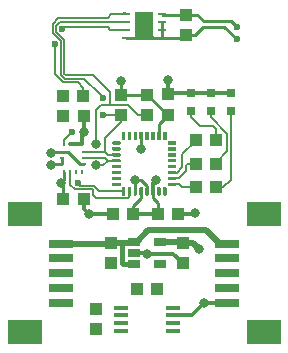
<source format=gbr>
G04 #@! TF.GenerationSoftware,KiCad,Pcbnew,(5.1.2)-1*
G04 #@! TF.CreationDate,2019-06-05T16:17:15+02:00*
G04 #@! TF.ProjectId,BodyTempUnit-e7,426f6479-5465-46d7-9055-6e69742d6537,rev?*
G04 #@! TF.SameCoordinates,Original*
G04 #@! TF.FileFunction,Copper,L1,Top*
G04 #@! TF.FilePolarity,Positive*
%FSLAX46Y46*%
G04 Gerber Fmt 4.6, Leading zero omitted, Abs format (unit mm)*
G04 Created by KiCad (PCBNEW (5.1.2)-1) date 2019-06-05 16:17:15*
%MOMM*%
%LPD*%
G04 APERTURE LIST*
%ADD10R,1.080000X1.050000*%
%ADD11R,1.060000X0.650000*%
%ADD12R,1.200000X0.450000*%
%ADD13R,1.600200X2.387600*%
%ADD14R,0.799996X0.275600*%
%ADD15R,3.000000X2.100000*%
%ADD16R,2.000000X0.800000*%
%ADD17R,0.450000X0.250000*%
%ADD18R,0.250000X0.450000*%
%ADD19R,1.050000X1.080000*%
%ADD20R,1.100000X1.000000*%
%ADD21R,1.000000X1.100000*%
%ADD22C,0.100000*%
%ADD23C,0.300000*%
%ADD24R,0.800000X0.800000*%
%ADD25C,0.600000*%
%ADD26C,0.800000*%
%ADD27C,0.500000*%
%ADD28C,0.250000*%
%ADD29C,0.300000*%
%ADD30C,0.150000*%
%ADD31C,0.400000*%
G04 APERTURE END LIST*
D10*
X80800000Y-127687000D03*
X80800000Y-125937000D03*
X74704000Y-127687000D03*
X74704000Y-125937000D03*
D11*
X78852000Y-125862000D03*
X78852000Y-127762000D03*
X76652000Y-127762000D03*
X76652000Y-126812000D03*
X76652000Y-125862000D03*
D12*
X79927000Y-131425000D03*
X79927000Y-132075000D03*
X79927000Y-132725000D03*
X79927000Y-133375000D03*
X75577000Y-133375000D03*
X75577000Y-132725000D03*
X75577000Y-132075000D03*
X75577000Y-131425000D03*
D13*
X77501100Y-107569000D03*
D14*
X79050500Y-106578400D03*
X79050500Y-107238800D03*
X79050500Y-107899200D03*
X79050500Y-108559600D03*
X75951700Y-108559600D03*
X75951700Y-107899200D03*
X75951700Y-107238800D03*
X75951700Y-106578400D03*
D15*
X87626100Y-123503600D03*
X87626100Y-133503600D03*
D16*
X84501100Y-126003600D03*
X84501100Y-127253600D03*
X84501100Y-128503600D03*
X84501100Y-129753600D03*
X84501100Y-131003600D03*
D15*
X67376100Y-133503600D03*
X67376100Y-123503600D03*
D16*
X70501100Y-131003600D03*
X70501100Y-129753600D03*
X70501100Y-128503600D03*
X70501100Y-127253600D03*
X70501100Y-126003600D03*
D12*
X79927000Y-131425000D03*
X79927000Y-132075000D03*
X79927000Y-132725000D03*
X79927000Y-133375000D03*
X75577000Y-133375000D03*
X75577000Y-132725000D03*
X75577000Y-132075000D03*
X75577000Y-131425000D03*
D17*
X72426100Y-118233600D03*
X72426100Y-118733600D03*
X72426100Y-119233600D03*
D18*
X72251100Y-119908600D03*
X71751100Y-119908600D03*
X71251100Y-119908600D03*
X70751100Y-119908600D03*
D17*
X70576100Y-119233600D03*
X70576100Y-118733600D03*
X70576100Y-118233600D03*
D18*
X70751100Y-117558600D03*
X71251100Y-117558600D03*
X71751100Y-117558600D03*
X72251100Y-117558600D03*
D10*
X73406000Y-133275000D03*
X73406000Y-131525000D03*
X79501100Y-113358600D03*
X79501100Y-115108600D03*
D19*
X74845000Y-123510000D03*
X76595000Y-123510000D03*
D10*
X81001100Y-108378600D03*
X81001100Y-106628600D03*
D20*
X75501100Y-113383600D03*
X75501100Y-115083600D03*
D21*
X78602000Y-129860000D03*
X76902000Y-129860000D03*
D20*
X77735300Y-113383600D03*
X77735300Y-115083600D03*
D22*
G36*
X75433451Y-120833961D02*
G01*
X75440732Y-120835041D01*
X75447871Y-120836829D01*
X75454801Y-120839309D01*
X75461455Y-120842456D01*
X75467768Y-120846240D01*
X75473679Y-120850624D01*
X75479133Y-120855567D01*
X75484076Y-120861021D01*
X75488460Y-120866932D01*
X75492244Y-120873245D01*
X75495391Y-120879899D01*
X75497871Y-120886829D01*
X75499659Y-120893968D01*
X75500739Y-120901249D01*
X75501100Y-120908600D01*
X75501100Y-121058600D01*
X75500739Y-121065951D01*
X75499659Y-121073232D01*
X75497871Y-121080371D01*
X75495391Y-121087301D01*
X75492244Y-121093955D01*
X75488460Y-121100268D01*
X75484076Y-121106179D01*
X75479133Y-121111633D01*
X75473679Y-121116576D01*
X75467768Y-121120960D01*
X75461455Y-121124744D01*
X75454801Y-121127891D01*
X75447871Y-121130371D01*
X75440732Y-121132159D01*
X75433451Y-121133239D01*
X75426100Y-121133600D01*
X74876100Y-121133600D01*
X74868749Y-121133239D01*
X74861468Y-121132159D01*
X74854329Y-121130371D01*
X74847399Y-121127891D01*
X74840745Y-121124744D01*
X74834432Y-121120960D01*
X74828521Y-121116576D01*
X74823067Y-121111633D01*
X74818124Y-121106179D01*
X74813740Y-121100268D01*
X74809956Y-121093955D01*
X74806809Y-121087301D01*
X74804329Y-121080371D01*
X74802541Y-121073232D01*
X74801461Y-121065951D01*
X74801100Y-121058600D01*
X74801100Y-120908600D01*
X74801461Y-120901249D01*
X74802541Y-120893968D01*
X74804329Y-120886829D01*
X74806809Y-120879899D01*
X74809956Y-120873245D01*
X74813740Y-120866932D01*
X74818124Y-120861021D01*
X74823067Y-120855567D01*
X74828521Y-120850624D01*
X74834432Y-120846240D01*
X74840745Y-120842456D01*
X74847399Y-120839309D01*
X74854329Y-120836829D01*
X74861468Y-120835041D01*
X74868749Y-120833961D01*
X74876100Y-120833600D01*
X75426100Y-120833600D01*
X75433451Y-120833961D01*
X75433451Y-120833961D01*
G37*
D23*
X75151100Y-120983600D03*
D22*
G36*
X75433451Y-120333961D02*
G01*
X75440732Y-120335041D01*
X75447871Y-120336829D01*
X75454801Y-120339309D01*
X75461455Y-120342456D01*
X75467768Y-120346240D01*
X75473679Y-120350624D01*
X75479133Y-120355567D01*
X75484076Y-120361021D01*
X75488460Y-120366932D01*
X75492244Y-120373245D01*
X75495391Y-120379899D01*
X75497871Y-120386829D01*
X75499659Y-120393968D01*
X75500739Y-120401249D01*
X75501100Y-120408600D01*
X75501100Y-120558600D01*
X75500739Y-120565951D01*
X75499659Y-120573232D01*
X75497871Y-120580371D01*
X75495391Y-120587301D01*
X75492244Y-120593955D01*
X75488460Y-120600268D01*
X75484076Y-120606179D01*
X75479133Y-120611633D01*
X75473679Y-120616576D01*
X75467768Y-120620960D01*
X75461455Y-120624744D01*
X75454801Y-120627891D01*
X75447871Y-120630371D01*
X75440732Y-120632159D01*
X75433451Y-120633239D01*
X75426100Y-120633600D01*
X74876100Y-120633600D01*
X74868749Y-120633239D01*
X74861468Y-120632159D01*
X74854329Y-120630371D01*
X74847399Y-120627891D01*
X74840745Y-120624744D01*
X74834432Y-120620960D01*
X74828521Y-120616576D01*
X74823067Y-120611633D01*
X74818124Y-120606179D01*
X74813740Y-120600268D01*
X74809956Y-120593955D01*
X74806809Y-120587301D01*
X74804329Y-120580371D01*
X74802541Y-120573232D01*
X74801461Y-120565951D01*
X74801100Y-120558600D01*
X74801100Y-120408600D01*
X74801461Y-120401249D01*
X74802541Y-120393968D01*
X74804329Y-120386829D01*
X74806809Y-120379899D01*
X74809956Y-120373245D01*
X74813740Y-120366932D01*
X74818124Y-120361021D01*
X74823067Y-120355567D01*
X74828521Y-120350624D01*
X74834432Y-120346240D01*
X74840745Y-120342456D01*
X74847399Y-120339309D01*
X74854329Y-120336829D01*
X74861468Y-120335041D01*
X74868749Y-120333961D01*
X74876100Y-120333600D01*
X75426100Y-120333600D01*
X75433451Y-120333961D01*
X75433451Y-120333961D01*
G37*
D23*
X75151100Y-120483600D03*
D22*
G36*
X75433451Y-119833961D02*
G01*
X75440732Y-119835041D01*
X75447871Y-119836829D01*
X75454801Y-119839309D01*
X75461455Y-119842456D01*
X75467768Y-119846240D01*
X75473679Y-119850624D01*
X75479133Y-119855567D01*
X75484076Y-119861021D01*
X75488460Y-119866932D01*
X75492244Y-119873245D01*
X75495391Y-119879899D01*
X75497871Y-119886829D01*
X75499659Y-119893968D01*
X75500739Y-119901249D01*
X75501100Y-119908600D01*
X75501100Y-120058600D01*
X75500739Y-120065951D01*
X75499659Y-120073232D01*
X75497871Y-120080371D01*
X75495391Y-120087301D01*
X75492244Y-120093955D01*
X75488460Y-120100268D01*
X75484076Y-120106179D01*
X75479133Y-120111633D01*
X75473679Y-120116576D01*
X75467768Y-120120960D01*
X75461455Y-120124744D01*
X75454801Y-120127891D01*
X75447871Y-120130371D01*
X75440732Y-120132159D01*
X75433451Y-120133239D01*
X75426100Y-120133600D01*
X74876100Y-120133600D01*
X74868749Y-120133239D01*
X74861468Y-120132159D01*
X74854329Y-120130371D01*
X74847399Y-120127891D01*
X74840745Y-120124744D01*
X74834432Y-120120960D01*
X74828521Y-120116576D01*
X74823067Y-120111633D01*
X74818124Y-120106179D01*
X74813740Y-120100268D01*
X74809956Y-120093955D01*
X74806809Y-120087301D01*
X74804329Y-120080371D01*
X74802541Y-120073232D01*
X74801461Y-120065951D01*
X74801100Y-120058600D01*
X74801100Y-119908600D01*
X74801461Y-119901249D01*
X74802541Y-119893968D01*
X74804329Y-119886829D01*
X74806809Y-119879899D01*
X74809956Y-119873245D01*
X74813740Y-119866932D01*
X74818124Y-119861021D01*
X74823067Y-119855567D01*
X74828521Y-119850624D01*
X74834432Y-119846240D01*
X74840745Y-119842456D01*
X74847399Y-119839309D01*
X74854329Y-119836829D01*
X74861468Y-119835041D01*
X74868749Y-119833961D01*
X74876100Y-119833600D01*
X75426100Y-119833600D01*
X75433451Y-119833961D01*
X75433451Y-119833961D01*
G37*
D23*
X75151100Y-119983600D03*
D22*
G36*
X75433451Y-119333961D02*
G01*
X75440732Y-119335041D01*
X75447871Y-119336829D01*
X75454801Y-119339309D01*
X75461455Y-119342456D01*
X75467768Y-119346240D01*
X75473679Y-119350624D01*
X75479133Y-119355567D01*
X75484076Y-119361021D01*
X75488460Y-119366932D01*
X75492244Y-119373245D01*
X75495391Y-119379899D01*
X75497871Y-119386829D01*
X75499659Y-119393968D01*
X75500739Y-119401249D01*
X75501100Y-119408600D01*
X75501100Y-119558600D01*
X75500739Y-119565951D01*
X75499659Y-119573232D01*
X75497871Y-119580371D01*
X75495391Y-119587301D01*
X75492244Y-119593955D01*
X75488460Y-119600268D01*
X75484076Y-119606179D01*
X75479133Y-119611633D01*
X75473679Y-119616576D01*
X75467768Y-119620960D01*
X75461455Y-119624744D01*
X75454801Y-119627891D01*
X75447871Y-119630371D01*
X75440732Y-119632159D01*
X75433451Y-119633239D01*
X75426100Y-119633600D01*
X74876100Y-119633600D01*
X74868749Y-119633239D01*
X74861468Y-119632159D01*
X74854329Y-119630371D01*
X74847399Y-119627891D01*
X74840745Y-119624744D01*
X74834432Y-119620960D01*
X74828521Y-119616576D01*
X74823067Y-119611633D01*
X74818124Y-119606179D01*
X74813740Y-119600268D01*
X74809956Y-119593955D01*
X74806809Y-119587301D01*
X74804329Y-119580371D01*
X74802541Y-119573232D01*
X74801461Y-119565951D01*
X74801100Y-119558600D01*
X74801100Y-119408600D01*
X74801461Y-119401249D01*
X74802541Y-119393968D01*
X74804329Y-119386829D01*
X74806809Y-119379899D01*
X74809956Y-119373245D01*
X74813740Y-119366932D01*
X74818124Y-119361021D01*
X74823067Y-119355567D01*
X74828521Y-119350624D01*
X74834432Y-119346240D01*
X74840745Y-119342456D01*
X74847399Y-119339309D01*
X74854329Y-119336829D01*
X74861468Y-119335041D01*
X74868749Y-119333961D01*
X74876100Y-119333600D01*
X75426100Y-119333600D01*
X75433451Y-119333961D01*
X75433451Y-119333961D01*
G37*
D23*
X75151100Y-119483600D03*
D22*
G36*
X75433451Y-118833961D02*
G01*
X75440732Y-118835041D01*
X75447871Y-118836829D01*
X75454801Y-118839309D01*
X75461455Y-118842456D01*
X75467768Y-118846240D01*
X75473679Y-118850624D01*
X75479133Y-118855567D01*
X75484076Y-118861021D01*
X75488460Y-118866932D01*
X75492244Y-118873245D01*
X75495391Y-118879899D01*
X75497871Y-118886829D01*
X75499659Y-118893968D01*
X75500739Y-118901249D01*
X75501100Y-118908600D01*
X75501100Y-119058600D01*
X75500739Y-119065951D01*
X75499659Y-119073232D01*
X75497871Y-119080371D01*
X75495391Y-119087301D01*
X75492244Y-119093955D01*
X75488460Y-119100268D01*
X75484076Y-119106179D01*
X75479133Y-119111633D01*
X75473679Y-119116576D01*
X75467768Y-119120960D01*
X75461455Y-119124744D01*
X75454801Y-119127891D01*
X75447871Y-119130371D01*
X75440732Y-119132159D01*
X75433451Y-119133239D01*
X75426100Y-119133600D01*
X74876100Y-119133600D01*
X74868749Y-119133239D01*
X74861468Y-119132159D01*
X74854329Y-119130371D01*
X74847399Y-119127891D01*
X74840745Y-119124744D01*
X74834432Y-119120960D01*
X74828521Y-119116576D01*
X74823067Y-119111633D01*
X74818124Y-119106179D01*
X74813740Y-119100268D01*
X74809956Y-119093955D01*
X74806809Y-119087301D01*
X74804329Y-119080371D01*
X74802541Y-119073232D01*
X74801461Y-119065951D01*
X74801100Y-119058600D01*
X74801100Y-118908600D01*
X74801461Y-118901249D01*
X74802541Y-118893968D01*
X74804329Y-118886829D01*
X74806809Y-118879899D01*
X74809956Y-118873245D01*
X74813740Y-118866932D01*
X74818124Y-118861021D01*
X74823067Y-118855567D01*
X74828521Y-118850624D01*
X74834432Y-118846240D01*
X74840745Y-118842456D01*
X74847399Y-118839309D01*
X74854329Y-118836829D01*
X74861468Y-118835041D01*
X74868749Y-118833961D01*
X74876100Y-118833600D01*
X75426100Y-118833600D01*
X75433451Y-118833961D01*
X75433451Y-118833961D01*
G37*
D23*
X75151100Y-118983600D03*
D22*
G36*
X75433451Y-118333961D02*
G01*
X75440732Y-118335041D01*
X75447871Y-118336829D01*
X75454801Y-118339309D01*
X75461455Y-118342456D01*
X75467768Y-118346240D01*
X75473679Y-118350624D01*
X75479133Y-118355567D01*
X75484076Y-118361021D01*
X75488460Y-118366932D01*
X75492244Y-118373245D01*
X75495391Y-118379899D01*
X75497871Y-118386829D01*
X75499659Y-118393968D01*
X75500739Y-118401249D01*
X75501100Y-118408600D01*
X75501100Y-118558600D01*
X75500739Y-118565951D01*
X75499659Y-118573232D01*
X75497871Y-118580371D01*
X75495391Y-118587301D01*
X75492244Y-118593955D01*
X75488460Y-118600268D01*
X75484076Y-118606179D01*
X75479133Y-118611633D01*
X75473679Y-118616576D01*
X75467768Y-118620960D01*
X75461455Y-118624744D01*
X75454801Y-118627891D01*
X75447871Y-118630371D01*
X75440732Y-118632159D01*
X75433451Y-118633239D01*
X75426100Y-118633600D01*
X74876100Y-118633600D01*
X74868749Y-118633239D01*
X74861468Y-118632159D01*
X74854329Y-118630371D01*
X74847399Y-118627891D01*
X74840745Y-118624744D01*
X74834432Y-118620960D01*
X74828521Y-118616576D01*
X74823067Y-118611633D01*
X74818124Y-118606179D01*
X74813740Y-118600268D01*
X74809956Y-118593955D01*
X74806809Y-118587301D01*
X74804329Y-118580371D01*
X74802541Y-118573232D01*
X74801461Y-118565951D01*
X74801100Y-118558600D01*
X74801100Y-118408600D01*
X74801461Y-118401249D01*
X74802541Y-118393968D01*
X74804329Y-118386829D01*
X74806809Y-118379899D01*
X74809956Y-118373245D01*
X74813740Y-118366932D01*
X74818124Y-118361021D01*
X74823067Y-118355567D01*
X74828521Y-118350624D01*
X74834432Y-118346240D01*
X74840745Y-118342456D01*
X74847399Y-118339309D01*
X74854329Y-118336829D01*
X74861468Y-118335041D01*
X74868749Y-118333961D01*
X74876100Y-118333600D01*
X75426100Y-118333600D01*
X75433451Y-118333961D01*
X75433451Y-118333961D01*
G37*
D23*
X75151100Y-118483600D03*
D22*
G36*
X75433451Y-117833961D02*
G01*
X75440732Y-117835041D01*
X75447871Y-117836829D01*
X75454801Y-117839309D01*
X75461455Y-117842456D01*
X75467768Y-117846240D01*
X75473679Y-117850624D01*
X75479133Y-117855567D01*
X75484076Y-117861021D01*
X75488460Y-117866932D01*
X75492244Y-117873245D01*
X75495391Y-117879899D01*
X75497871Y-117886829D01*
X75499659Y-117893968D01*
X75500739Y-117901249D01*
X75501100Y-117908600D01*
X75501100Y-118058600D01*
X75500739Y-118065951D01*
X75499659Y-118073232D01*
X75497871Y-118080371D01*
X75495391Y-118087301D01*
X75492244Y-118093955D01*
X75488460Y-118100268D01*
X75484076Y-118106179D01*
X75479133Y-118111633D01*
X75473679Y-118116576D01*
X75467768Y-118120960D01*
X75461455Y-118124744D01*
X75454801Y-118127891D01*
X75447871Y-118130371D01*
X75440732Y-118132159D01*
X75433451Y-118133239D01*
X75426100Y-118133600D01*
X74876100Y-118133600D01*
X74868749Y-118133239D01*
X74861468Y-118132159D01*
X74854329Y-118130371D01*
X74847399Y-118127891D01*
X74840745Y-118124744D01*
X74834432Y-118120960D01*
X74828521Y-118116576D01*
X74823067Y-118111633D01*
X74818124Y-118106179D01*
X74813740Y-118100268D01*
X74809956Y-118093955D01*
X74806809Y-118087301D01*
X74804329Y-118080371D01*
X74802541Y-118073232D01*
X74801461Y-118065951D01*
X74801100Y-118058600D01*
X74801100Y-117908600D01*
X74801461Y-117901249D01*
X74802541Y-117893968D01*
X74804329Y-117886829D01*
X74806809Y-117879899D01*
X74809956Y-117873245D01*
X74813740Y-117866932D01*
X74818124Y-117861021D01*
X74823067Y-117855567D01*
X74828521Y-117850624D01*
X74834432Y-117846240D01*
X74840745Y-117842456D01*
X74847399Y-117839309D01*
X74854329Y-117836829D01*
X74861468Y-117835041D01*
X74868749Y-117833961D01*
X74876100Y-117833600D01*
X75426100Y-117833600D01*
X75433451Y-117833961D01*
X75433451Y-117833961D01*
G37*
D23*
X75151100Y-117983600D03*
D22*
G36*
X75433451Y-117333961D02*
G01*
X75440732Y-117335041D01*
X75447871Y-117336829D01*
X75454801Y-117339309D01*
X75461455Y-117342456D01*
X75467768Y-117346240D01*
X75473679Y-117350624D01*
X75479133Y-117355567D01*
X75484076Y-117361021D01*
X75488460Y-117366932D01*
X75492244Y-117373245D01*
X75495391Y-117379899D01*
X75497871Y-117386829D01*
X75499659Y-117393968D01*
X75500739Y-117401249D01*
X75501100Y-117408600D01*
X75501100Y-117558600D01*
X75500739Y-117565951D01*
X75499659Y-117573232D01*
X75497871Y-117580371D01*
X75495391Y-117587301D01*
X75492244Y-117593955D01*
X75488460Y-117600268D01*
X75484076Y-117606179D01*
X75479133Y-117611633D01*
X75473679Y-117616576D01*
X75467768Y-117620960D01*
X75461455Y-117624744D01*
X75454801Y-117627891D01*
X75447871Y-117630371D01*
X75440732Y-117632159D01*
X75433451Y-117633239D01*
X75426100Y-117633600D01*
X74876100Y-117633600D01*
X74868749Y-117633239D01*
X74861468Y-117632159D01*
X74854329Y-117630371D01*
X74847399Y-117627891D01*
X74840745Y-117624744D01*
X74834432Y-117620960D01*
X74828521Y-117616576D01*
X74823067Y-117611633D01*
X74818124Y-117606179D01*
X74813740Y-117600268D01*
X74809956Y-117593955D01*
X74806809Y-117587301D01*
X74804329Y-117580371D01*
X74802541Y-117573232D01*
X74801461Y-117565951D01*
X74801100Y-117558600D01*
X74801100Y-117408600D01*
X74801461Y-117401249D01*
X74802541Y-117393968D01*
X74804329Y-117386829D01*
X74806809Y-117379899D01*
X74809956Y-117373245D01*
X74813740Y-117366932D01*
X74818124Y-117361021D01*
X74823067Y-117355567D01*
X74828521Y-117350624D01*
X74834432Y-117346240D01*
X74840745Y-117342456D01*
X74847399Y-117339309D01*
X74854329Y-117336829D01*
X74861468Y-117335041D01*
X74868749Y-117333961D01*
X74876100Y-117333600D01*
X75426100Y-117333600D01*
X75433451Y-117333961D01*
X75433451Y-117333961D01*
G37*
D23*
X75151100Y-117483600D03*
D22*
G36*
X75833451Y-116533961D02*
G01*
X75840732Y-116535041D01*
X75847871Y-116536829D01*
X75854801Y-116539309D01*
X75861455Y-116542456D01*
X75867768Y-116546240D01*
X75873679Y-116550624D01*
X75879133Y-116555567D01*
X75884076Y-116561021D01*
X75888460Y-116566932D01*
X75892244Y-116573245D01*
X75895391Y-116579899D01*
X75897871Y-116586829D01*
X75899659Y-116593968D01*
X75900739Y-116601249D01*
X75901100Y-116608600D01*
X75901100Y-117158600D01*
X75900739Y-117165951D01*
X75899659Y-117173232D01*
X75897871Y-117180371D01*
X75895391Y-117187301D01*
X75892244Y-117193955D01*
X75888460Y-117200268D01*
X75884076Y-117206179D01*
X75879133Y-117211633D01*
X75873679Y-117216576D01*
X75867768Y-117220960D01*
X75861455Y-117224744D01*
X75854801Y-117227891D01*
X75847871Y-117230371D01*
X75840732Y-117232159D01*
X75833451Y-117233239D01*
X75826100Y-117233600D01*
X75676100Y-117233600D01*
X75668749Y-117233239D01*
X75661468Y-117232159D01*
X75654329Y-117230371D01*
X75647399Y-117227891D01*
X75640745Y-117224744D01*
X75634432Y-117220960D01*
X75628521Y-117216576D01*
X75623067Y-117211633D01*
X75618124Y-117206179D01*
X75613740Y-117200268D01*
X75609956Y-117193955D01*
X75606809Y-117187301D01*
X75604329Y-117180371D01*
X75602541Y-117173232D01*
X75601461Y-117165951D01*
X75601100Y-117158600D01*
X75601100Y-116608600D01*
X75601461Y-116601249D01*
X75602541Y-116593968D01*
X75604329Y-116586829D01*
X75606809Y-116579899D01*
X75609956Y-116573245D01*
X75613740Y-116566932D01*
X75618124Y-116561021D01*
X75623067Y-116555567D01*
X75628521Y-116550624D01*
X75634432Y-116546240D01*
X75640745Y-116542456D01*
X75647399Y-116539309D01*
X75654329Y-116536829D01*
X75661468Y-116535041D01*
X75668749Y-116533961D01*
X75676100Y-116533600D01*
X75826100Y-116533600D01*
X75833451Y-116533961D01*
X75833451Y-116533961D01*
G37*
D23*
X75751100Y-116883600D03*
D22*
G36*
X76333451Y-116533961D02*
G01*
X76340732Y-116535041D01*
X76347871Y-116536829D01*
X76354801Y-116539309D01*
X76361455Y-116542456D01*
X76367768Y-116546240D01*
X76373679Y-116550624D01*
X76379133Y-116555567D01*
X76384076Y-116561021D01*
X76388460Y-116566932D01*
X76392244Y-116573245D01*
X76395391Y-116579899D01*
X76397871Y-116586829D01*
X76399659Y-116593968D01*
X76400739Y-116601249D01*
X76401100Y-116608600D01*
X76401100Y-117158600D01*
X76400739Y-117165951D01*
X76399659Y-117173232D01*
X76397871Y-117180371D01*
X76395391Y-117187301D01*
X76392244Y-117193955D01*
X76388460Y-117200268D01*
X76384076Y-117206179D01*
X76379133Y-117211633D01*
X76373679Y-117216576D01*
X76367768Y-117220960D01*
X76361455Y-117224744D01*
X76354801Y-117227891D01*
X76347871Y-117230371D01*
X76340732Y-117232159D01*
X76333451Y-117233239D01*
X76326100Y-117233600D01*
X76176100Y-117233600D01*
X76168749Y-117233239D01*
X76161468Y-117232159D01*
X76154329Y-117230371D01*
X76147399Y-117227891D01*
X76140745Y-117224744D01*
X76134432Y-117220960D01*
X76128521Y-117216576D01*
X76123067Y-117211633D01*
X76118124Y-117206179D01*
X76113740Y-117200268D01*
X76109956Y-117193955D01*
X76106809Y-117187301D01*
X76104329Y-117180371D01*
X76102541Y-117173232D01*
X76101461Y-117165951D01*
X76101100Y-117158600D01*
X76101100Y-116608600D01*
X76101461Y-116601249D01*
X76102541Y-116593968D01*
X76104329Y-116586829D01*
X76106809Y-116579899D01*
X76109956Y-116573245D01*
X76113740Y-116566932D01*
X76118124Y-116561021D01*
X76123067Y-116555567D01*
X76128521Y-116550624D01*
X76134432Y-116546240D01*
X76140745Y-116542456D01*
X76147399Y-116539309D01*
X76154329Y-116536829D01*
X76161468Y-116535041D01*
X76168749Y-116533961D01*
X76176100Y-116533600D01*
X76326100Y-116533600D01*
X76333451Y-116533961D01*
X76333451Y-116533961D01*
G37*
D23*
X76251100Y-116883600D03*
D22*
G36*
X76833451Y-116533961D02*
G01*
X76840732Y-116535041D01*
X76847871Y-116536829D01*
X76854801Y-116539309D01*
X76861455Y-116542456D01*
X76867768Y-116546240D01*
X76873679Y-116550624D01*
X76879133Y-116555567D01*
X76884076Y-116561021D01*
X76888460Y-116566932D01*
X76892244Y-116573245D01*
X76895391Y-116579899D01*
X76897871Y-116586829D01*
X76899659Y-116593968D01*
X76900739Y-116601249D01*
X76901100Y-116608600D01*
X76901100Y-117158600D01*
X76900739Y-117165951D01*
X76899659Y-117173232D01*
X76897871Y-117180371D01*
X76895391Y-117187301D01*
X76892244Y-117193955D01*
X76888460Y-117200268D01*
X76884076Y-117206179D01*
X76879133Y-117211633D01*
X76873679Y-117216576D01*
X76867768Y-117220960D01*
X76861455Y-117224744D01*
X76854801Y-117227891D01*
X76847871Y-117230371D01*
X76840732Y-117232159D01*
X76833451Y-117233239D01*
X76826100Y-117233600D01*
X76676100Y-117233600D01*
X76668749Y-117233239D01*
X76661468Y-117232159D01*
X76654329Y-117230371D01*
X76647399Y-117227891D01*
X76640745Y-117224744D01*
X76634432Y-117220960D01*
X76628521Y-117216576D01*
X76623067Y-117211633D01*
X76618124Y-117206179D01*
X76613740Y-117200268D01*
X76609956Y-117193955D01*
X76606809Y-117187301D01*
X76604329Y-117180371D01*
X76602541Y-117173232D01*
X76601461Y-117165951D01*
X76601100Y-117158600D01*
X76601100Y-116608600D01*
X76601461Y-116601249D01*
X76602541Y-116593968D01*
X76604329Y-116586829D01*
X76606809Y-116579899D01*
X76609956Y-116573245D01*
X76613740Y-116566932D01*
X76618124Y-116561021D01*
X76623067Y-116555567D01*
X76628521Y-116550624D01*
X76634432Y-116546240D01*
X76640745Y-116542456D01*
X76647399Y-116539309D01*
X76654329Y-116536829D01*
X76661468Y-116535041D01*
X76668749Y-116533961D01*
X76676100Y-116533600D01*
X76826100Y-116533600D01*
X76833451Y-116533961D01*
X76833451Y-116533961D01*
G37*
D23*
X76751100Y-116883600D03*
D22*
G36*
X77333451Y-116533961D02*
G01*
X77340732Y-116535041D01*
X77347871Y-116536829D01*
X77354801Y-116539309D01*
X77361455Y-116542456D01*
X77367768Y-116546240D01*
X77373679Y-116550624D01*
X77379133Y-116555567D01*
X77384076Y-116561021D01*
X77388460Y-116566932D01*
X77392244Y-116573245D01*
X77395391Y-116579899D01*
X77397871Y-116586829D01*
X77399659Y-116593968D01*
X77400739Y-116601249D01*
X77401100Y-116608600D01*
X77401100Y-117158600D01*
X77400739Y-117165951D01*
X77399659Y-117173232D01*
X77397871Y-117180371D01*
X77395391Y-117187301D01*
X77392244Y-117193955D01*
X77388460Y-117200268D01*
X77384076Y-117206179D01*
X77379133Y-117211633D01*
X77373679Y-117216576D01*
X77367768Y-117220960D01*
X77361455Y-117224744D01*
X77354801Y-117227891D01*
X77347871Y-117230371D01*
X77340732Y-117232159D01*
X77333451Y-117233239D01*
X77326100Y-117233600D01*
X77176100Y-117233600D01*
X77168749Y-117233239D01*
X77161468Y-117232159D01*
X77154329Y-117230371D01*
X77147399Y-117227891D01*
X77140745Y-117224744D01*
X77134432Y-117220960D01*
X77128521Y-117216576D01*
X77123067Y-117211633D01*
X77118124Y-117206179D01*
X77113740Y-117200268D01*
X77109956Y-117193955D01*
X77106809Y-117187301D01*
X77104329Y-117180371D01*
X77102541Y-117173232D01*
X77101461Y-117165951D01*
X77101100Y-117158600D01*
X77101100Y-116608600D01*
X77101461Y-116601249D01*
X77102541Y-116593968D01*
X77104329Y-116586829D01*
X77106809Y-116579899D01*
X77109956Y-116573245D01*
X77113740Y-116566932D01*
X77118124Y-116561021D01*
X77123067Y-116555567D01*
X77128521Y-116550624D01*
X77134432Y-116546240D01*
X77140745Y-116542456D01*
X77147399Y-116539309D01*
X77154329Y-116536829D01*
X77161468Y-116535041D01*
X77168749Y-116533961D01*
X77176100Y-116533600D01*
X77326100Y-116533600D01*
X77333451Y-116533961D01*
X77333451Y-116533961D01*
G37*
D23*
X77251100Y-116883600D03*
D22*
G36*
X77833451Y-116533961D02*
G01*
X77840732Y-116535041D01*
X77847871Y-116536829D01*
X77854801Y-116539309D01*
X77861455Y-116542456D01*
X77867768Y-116546240D01*
X77873679Y-116550624D01*
X77879133Y-116555567D01*
X77884076Y-116561021D01*
X77888460Y-116566932D01*
X77892244Y-116573245D01*
X77895391Y-116579899D01*
X77897871Y-116586829D01*
X77899659Y-116593968D01*
X77900739Y-116601249D01*
X77901100Y-116608600D01*
X77901100Y-117158600D01*
X77900739Y-117165951D01*
X77899659Y-117173232D01*
X77897871Y-117180371D01*
X77895391Y-117187301D01*
X77892244Y-117193955D01*
X77888460Y-117200268D01*
X77884076Y-117206179D01*
X77879133Y-117211633D01*
X77873679Y-117216576D01*
X77867768Y-117220960D01*
X77861455Y-117224744D01*
X77854801Y-117227891D01*
X77847871Y-117230371D01*
X77840732Y-117232159D01*
X77833451Y-117233239D01*
X77826100Y-117233600D01*
X77676100Y-117233600D01*
X77668749Y-117233239D01*
X77661468Y-117232159D01*
X77654329Y-117230371D01*
X77647399Y-117227891D01*
X77640745Y-117224744D01*
X77634432Y-117220960D01*
X77628521Y-117216576D01*
X77623067Y-117211633D01*
X77618124Y-117206179D01*
X77613740Y-117200268D01*
X77609956Y-117193955D01*
X77606809Y-117187301D01*
X77604329Y-117180371D01*
X77602541Y-117173232D01*
X77601461Y-117165951D01*
X77601100Y-117158600D01*
X77601100Y-116608600D01*
X77601461Y-116601249D01*
X77602541Y-116593968D01*
X77604329Y-116586829D01*
X77606809Y-116579899D01*
X77609956Y-116573245D01*
X77613740Y-116566932D01*
X77618124Y-116561021D01*
X77623067Y-116555567D01*
X77628521Y-116550624D01*
X77634432Y-116546240D01*
X77640745Y-116542456D01*
X77647399Y-116539309D01*
X77654329Y-116536829D01*
X77661468Y-116535041D01*
X77668749Y-116533961D01*
X77676100Y-116533600D01*
X77826100Y-116533600D01*
X77833451Y-116533961D01*
X77833451Y-116533961D01*
G37*
D23*
X77751100Y-116883600D03*
D22*
G36*
X78333451Y-116533961D02*
G01*
X78340732Y-116535041D01*
X78347871Y-116536829D01*
X78354801Y-116539309D01*
X78361455Y-116542456D01*
X78367768Y-116546240D01*
X78373679Y-116550624D01*
X78379133Y-116555567D01*
X78384076Y-116561021D01*
X78388460Y-116566932D01*
X78392244Y-116573245D01*
X78395391Y-116579899D01*
X78397871Y-116586829D01*
X78399659Y-116593968D01*
X78400739Y-116601249D01*
X78401100Y-116608600D01*
X78401100Y-117158600D01*
X78400739Y-117165951D01*
X78399659Y-117173232D01*
X78397871Y-117180371D01*
X78395391Y-117187301D01*
X78392244Y-117193955D01*
X78388460Y-117200268D01*
X78384076Y-117206179D01*
X78379133Y-117211633D01*
X78373679Y-117216576D01*
X78367768Y-117220960D01*
X78361455Y-117224744D01*
X78354801Y-117227891D01*
X78347871Y-117230371D01*
X78340732Y-117232159D01*
X78333451Y-117233239D01*
X78326100Y-117233600D01*
X78176100Y-117233600D01*
X78168749Y-117233239D01*
X78161468Y-117232159D01*
X78154329Y-117230371D01*
X78147399Y-117227891D01*
X78140745Y-117224744D01*
X78134432Y-117220960D01*
X78128521Y-117216576D01*
X78123067Y-117211633D01*
X78118124Y-117206179D01*
X78113740Y-117200268D01*
X78109956Y-117193955D01*
X78106809Y-117187301D01*
X78104329Y-117180371D01*
X78102541Y-117173232D01*
X78101461Y-117165951D01*
X78101100Y-117158600D01*
X78101100Y-116608600D01*
X78101461Y-116601249D01*
X78102541Y-116593968D01*
X78104329Y-116586829D01*
X78106809Y-116579899D01*
X78109956Y-116573245D01*
X78113740Y-116566932D01*
X78118124Y-116561021D01*
X78123067Y-116555567D01*
X78128521Y-116550624D01*
X78134432Y-116546240D01*
X78140745Y-116542456D01*
X78147399Y-116539309D01*
X78154329Y-116536829D01*
X78161468Y-116535041D01*
X78168749Y-116533961D01*
X78176100Y-116533600D01*
X78326100Y-116533600D01*
X78333451Y-116533961D01*
X78333451Y-116533961D01*
G37*
D23*
X78251100Y-116883600D03*
D22*
G36*
X78833451Y-116533961D02*
G01*
X78840732Y-116535041D01*
X78847871Y-116536829D01*
X78854801Y-116539309D01*
X78861455Y-116542456D01*
X78867768Y-116546240D01*
X78873679Y-116550624D01*
X78879133Y-116555567D01*
X78884076Y-116561021D01*
X78888460Y-116566932D01*
X78892244Y-116573245D01*
X78895391Y-116579899D01*
X78897871Y-116586829D01*
X78899659Y-116593968D01*
X78900739Y-116601249D01*
X78901100Y-116608600D01*
X78901100Y-117158600D01*
X78900739Y-117165951D01*
X78899659Y-117173232D01*
X78897871Y-117180371D01*
X78895391Y-117187301D01*
X78892244Y-117193955D01*
X78888460Y-117200268D01*
X78884076Y-117206179D01*
X78879133Y-117211633D01*
X78873679Y-117216576D01*
X78867768Y-117220960D01*
X78861455Y-117224744D01*
X78854801Y-117227891D01*
X78847871Y-117230371D01*
X78840732Y-117232159D01*
X78833451Y-117233239D01*
X78826100Y-117233600D01*
X78676100Y-117233600D01*
X78668749Y-117233239D01*
X78661468Y-117232159D01*
X78654329Y-117230371D01*
X78647399Y-117227891D01*
X78640745Y-117224744D01*
X78634432Y-117220960D01*
X78628521Y-117216576D01*
X78623067Y-117211633D01*
X78618124Y-117206179D01*
X78613740Y-117200268D01*
X78609956Y-117193955D01*
X78606809Y-117187301D01*
X78604329Y-117180371D01*
X78602541Y-117173232D01*
X78601461Y-117165951D01*
X78601100Y-117158600D01*
X78601100Y-116608600D01*
X78601461Y-116601249D01*
X78602541Y-116593968D01*
X78604329Y-116586829D01*
X78606809Y-116579899D01*
X78609956Y-116573245D01*
X78613740Y-116566932D01*
X78618124Y-116561021D01*
X78623067Y-116555567D01*
X78628521Y-116550624D01*
X78634432Y-116546240D01*
X78640745Y-116542456D01*
X78647399Y-116539309D01*
X78654329Y-116536829D01*
X78661468Y-116535041D01*
X78668749Y-116533961D01*
X78676100Y-116533600D01*
X78826100Y-116533600D01*
X78833451Y-116533961D01*
X78833451Y-116533961D01*
G37*
D23*
X78751100Y-116883600D03*
D22*
G36*
X79333451Y-116533961D02*
G01*
X79340732Y-116535041D01*
X79347871Y-116536829D01*
X79354801Y-116539309D01*
X79361455Y-116542456D01*
X79367768Y-116546240D01*
X79373679Y-116550624D01*
X79379133Y-116555567D01*
X79384076Y-116561021D01*
X79388460Y-116566932D01*
X79392244Y-116573245D01*
X79395391Y-116579899D01*
X79397871Y-116586829D01*
X79399659Y-116593968D01*
X79400739Y-116601249D01*
X79401100Y-116608600D01*
X79401100Y-117158600D01*
X79400739Y-117165951D01*
X79399659Y-117173232D01*
X79397871Y-117180371D01*
X79395391Y-117187301D01*
X79392244Y-117193955D01*
X79388460Y-117200268D01*
X79384076Y-117206179D01*
X79379133Y-117211633D01*
X79373679Y-117216576D01*
X79367768Y-117220960D01*
X79361455Y-117224744D01*
X79354801Y-117227891D01*
X79347871Y-117230371D01*
X79340732Y-117232159D01*
X79333451Y-117233239D01*
X79326100Y-117233600D01*
X79176100Y-117233600D01*
X79168749Y-117233239D01*
X79161468Y-117232159D01*
X79154329Y-117230371D01*
X79147399Y-117227891D01*
X79140745Y-117224744D01*
X79134432Y-117220960D01*
X79128521Y-117216576D01*
X79123067Y-117211633D01*
X79118124Y-117206179D01*
X79113740Y-117200268D01*
X79109956Y-117193955D01*
X79106809Y-117187301D01*
X79104329Y-117180371D01*
X79102541Y-117173232D01*
X79101461Y-117165951D01*
X79101100Y-117158600D01*
X79101100Y-116608600D01*
X79101461Y-116601249D01*
X79102541Y-116593968D01*
X79104329Y-116586829D01*
X79106809Y-116579899D01*
X79109956Y-116573245D01*
X79113740Y-116566932D01*
X79118124Y-116561021D01*
X79123067Y-116555567D01*
X79128521Y-116550624D01*
X79134432Y-116546240D01*
X79140745Y-116542456D01*
X79147399Y-116539309D01*
X79154329Y-116536829D01*
X79161468Y-116535041D01*
X79168749Y-116533961D01*
X79176100Y-116533600D01*
X79326100Y-116533600D01*
X79333451Y-116533961D01*
X79333451Y-116533961D01*
G37*
D23*
X79251100Y-116883600D03*
D22*
G36*
X80133451Y-117333961D02*
G01*
X80140732Y-117335041D01*
X80147871Y-117336829D01*
X80154801Y-117339309D01*
X80161455Y-117342456D01*
X80167768Y-117346240D01*
X80173679Y-117350624D01*
X80179133Y-117355567D01*
X80184076Y-117361021D01*
X80188460Y-117366932D01*
X80192244Y-117373245D01*
X80195391Y-117379899D01*
X80197871Y-117386829D01*
X80199659Y-117393968D01*
X80200739Y-117401249D01*
X80201100Y-117408600D01*
X80201100Y-117558600D01*
X80200739Y-117565951D01*
X80199659Y-117573232D01*
X80197871Y-117580371D01*
X80195391Y-117587301D01*
X80192244Y-117593955D01*
X80188460Y-117600268D01*
X80184076Y-117606179D01*
X80179133Y-117611633D01*
X80173679Y-117616576D01*
X80167768Y-117620960D01*
X80161455Y-117624744D01*
X80154801Y-117627891D01*
X80147871Y-117630371D01*
X80140732Y-117632159D01*
X80133451Y-117633239D01*
X80126100Y-117633600D01*
X79576100Y-117633600D01*
X79568749Y-117633239D01*
X79561468Y-117632159D01*
X79554329Y-117630371D01*
X79547399Y-117627891D01*
X79540745Y-117624744D01*
X79534432Y-117620960D01*
X79528521Y-117616576D01*
X79523067Y-117611633D01*
X79518124Y-117606179D01*
X79513740Y-117600268D01*
X79509956Y-117593955D01*
X79506809Y-117587301D01*
X79504329Y-117580371D01*
X79502541Y-117573232D01*
X79501461Y-117565951D01*
X79501100Y-117558600D01*
X79501100Y-117408600D01*
X79501461Y-117401249D01*
X79502541Y-117393968D01*
X79504329Y-117386829D01*
X79506809Y-117379899D01*
X79509956Y-117373245D01*
X79513740Y-117366932D01*
X79518124Y-117361021D01*
X79523067Y-117355567D01*
X79528521Y-117350624D01*
X79534432Y-117346240D01*
X79540745Y-117342456D01*
X79547399Y-117339309D01*
X79554329Y-117336829D01*
X79561468Y-117335041D01*
X79568749Y-117333961D01*
X79576100Y-117333600D01*
X80126100Y-117333600D01*
X80133451Y-117333961D01*
X80133451Y-117333961D01*
G37*
D23*
X79851100Y-117483600D03*
D22*
G36*
X80133451Y-117833961D02*
G01*
X80140732Y-117835041D01*
X80147871Y-117836829D01*
X80154801Y-117839309D01*
X80161455Y-117842456D01*
X80167768Y-117846240D01*
X80173679Y-117850624D01*
X80179133Y-117855567D01*
X80184076Y-117861021D01*
X80188460Y-117866932D01*
X80192244Y-117873245D01*
X80195391Y-117879899D01*
X80197871Y-117886829D01*
X80199659Y-117893968D01*
X80200739Y-117901249D01*
X80201100Y-117908600D01*
X80201100Y-118058600D01*
X80200739Y-118065951D01*
X80199659Y-118073232D01*
X80197871Y-118080371D01*
X80195391Y-118087301D01*
X80192244Y-118093955D01*
X80188460Y-118100268D01*
X80184076Y-118106179D01*
X80179133Y-118111633D01*
X80173679Y-118116576D01*
X80167768Y-118120960D01*
X80161455Y-118124744D01*
X80154801Y-118127891D01*
X80147871Y-118130371D01*
X80140732Y-118132159D01*
X80133451Y-118133239D01*
X80126100Y-118133600D01*
X79576100Y-118133600D01*
X79568749Y-118133239D01*
X79561468Y-118132159D01*
X79554329Y-118130371D01*
X79547399Y-118127891D01*
X79540745Y-118124744D01*
X79534432Y-118120960D01*
X79528521Y-118116576D01*
X79523067Y-118111633D01*
X79518124Y-118106179D01*
X79513740Y-118100268D01*
X79509956Y-118093955D01*
X79506809Y-118087301D01*
X79504329Y-118080371D01*
X79502541Y-118073232D01*
X79501461Y-118065951D01*
X79501100Y-118058600D01*
X79501100Y-117908600D01*
X79501461Y-117901249D01*
X79502541Y-117893968D01*
X79504329Y-117886829D01*
X79506809Y-117879899D01*
X79509956Y-117873245D01*
X79513740Y-117866932D01*
X79518124Y-117861021D01*
X79523067Y-117855567D01*
X79528521Y-117850624D01*
X79534432Y-117846240D01*
X79540745Y-117842456D01*
X79547399Y-117839309D01*
X79554329Y-117836829D01*
X79561468Y-117835041D01*
X79568749Y-117833961D01*
X79576100Y-117833600D01*
X80126100Y-117833600D01*
X80133451Y-117833961D01*
X80133451Y-117833961D01*
G37*
D23*
X79851100Y-117983600D03*
D22*
G36*
X80133451Y-118333961D02*
G01*
X80140732Y-118335041D01*
X80147871Y-118336829D01*
X80154801Y-118339309D01*
X80161455Y-118342456D01*
X80167768Y-118346240D01*
X80173679Y-118350624D01*
X80179133Y-118355567D01*
X80184076Y-118361021D01*
X80188460Y-118366932D01*
X80192244Y-118373245D01*
X80195391Y-118379899D01*
X80197871Y-118386829D01*
X80199659Y-118393968D01*
X80200739Y-118401249D01*
X80201100Y-118408600D01*
X80201100Y-118558600D01*
X80200739Y-118565951D01*
X80199659Y-118573232D01*
X80197871Y-118580371D01*
X80195391Y-118587301D01*
X80192244Y-118593955D01*
X80188460Y-118600268D01*
X80184076Y-118606179D01*
X80179133Y-118611633D01*
X80173679Y-118616576D01*
X80167768Y-118620960D01*
X80161455Y-118624744D01*
X80154801Y-118627891D01*
X80147871Y-118630371D01*
X80140732Y-118632159D01*
X80133451Y-118633239D01*
X80126100Y-118633600D01*
X79576100Y-118633600D01*
X79568749Y-118633239D01*
X79561468Y-118632159D01*
X79554329Y-118630371D01*
X79547399Y-118627891D01*
X79540745Y-118624744D01*
X79534432Y-118620960D01*
X79528521Y-118616576D01*
X79523067Y-118611633D01*
X79518124Y-118606179D01*
X79513740Y-118600268D01*
X79509956Y-118593955D01*
X79506809Y-118587301D01*
X79504329Y-118580371D01*
X79502541Y-118573232D01*
X79501461Y-118565951D01*
X79501100Y-118558600D01*
X79501100Y-118408600D01*
X79501461Y-118401249D01*
X79502541Y-118393968D01*
X79504329Y-118386829D01*
X79506809Y-118379899D01*
X79509956Y-118373245D01*
X79513740Y-118366932D01*
X79518124Y-118361021D01*
X79523067Y-118355567D01*
X79528521Y-118350624D01*
X79534432Y-118346240D01*
X79540745Y-118342456D01*
X79547399Y-118339309D01*
X79554329Y-118336829D01*
X79561468Y-118335041D01*
X79568749Y-118333961D01*
X79576100Y-118333600D01*
X80126100Y-118333600D01*
X80133451Y-118333961D01*
X80133451Y-118333961D01*
G37*
D23*
X79851100Y-118483600D03*
D22*
G36*
X80133451Y-118833961D02*
G01*
X80140732Y-118835041D01*
X80147871Y-118836829D01*
X80154801Y-118839309D01*
X80161455Y-118842456D01*
X80167768Y-118846240D01*
X80173679Y-118850624D01*
X80179133Y-118855567D01*
X80184076Y-118861021D01*
X80188460Y-118866932D01*
X80192244Y-118873245D01*
X80195391Y-118879899D01*
X80197871Y-118886829D01*
X80199659Y-118893968D01*
X80200739Y-118901249D01*
X80201100Y-118908600D01*
X80201100Y-119058600D01*
X80200739Y-119065951D01*
X80199659Y-119073232D01*
X80197871Y-119080371D01*
X80195391Y-119087301D01*
X80192244Y-119093955D01*
X80188460Y-119100268D01*
X80184076Y-119106179D01*
X80179133Y-119111633D01*
X80173679Y-119116576D01*
X80167768Y-119120960D01*
X80161455Y-119124744D01*
X80154801Y-119127891D01*
X80147871Y-119130371D01*
X80140732Y-119132159D01*
X80133451Y-119133239D01*
X80126100Y-119133600D01*
X79576100Y-119133600D01*
X79568749Y-119133239D01*
X79561468Y-119132159D01*
X79554329Y-119130371D01*
X79547399Y-119127891D01*
X79540745Y-119124744D01*
X79534432Y-119120960D01*
X79528521Y-119116576D01*
X79523067Y-119111633D01*
X79518124Y-119106179D01*
X79513740Y-119100268D01*
X79509956Y-119093955D01*
X79506809Y-119087301D01*
X79504329Y-119080371D01*
X79502541Y-119073232D01*
X79501461Y-119065951D01*
X79501100Y-119058600D01*
X79501100Y-118908600D01*
X79501461Y-118901249D01*
X79502541Y-118893968D01*
X79504329Y-118886829D01*
X79506809Y-118879899D01*
X79509956Y-118873245D01*
X79513740Y-118866932D01*
X79518124Y-118861021D01*
X79523067Y-118855567D01*
X79528521Y-118850624D01*
X79534432Y-118846240D01*
X79540745Y-118842456D01*
X79547399Y-118839309D01*
X79554329Y-118836829D01*
X79561468Y-118835041D01*
X79568749Y-118833961D01*
X79576100Y-118833600D01*
X80126100Y-118833600D01*
X80133451Y-118833961D01*
X80133451Y-118833961D01*
G37*
D23*
X79851100Y-118983600D03*
D22*
G36*
X80133451Y-119333961D02*
G01*
X80140732Y-119335041D01*
X80147871Y-119336829D01*
X80154801Y-119339309D01*
X80161455Y-119342456D01*
X80167768Y-119346240D01*
X80173679Y-119350624D01*
X80179133Y-119355567D01*
X80184076Y-119361021D01*
X80188460Y-119366932D01*
X80192244Y-119373245D01*
X80195391Y-119379899D01*
X80197871Y-119386829D01*
X80199659Y-119393968D01*
X80200739Y-119401249D01*
X80201100Y-119408600D01*
X80201100Y-119558600D01*
X80200739Y-119565951D01*
X80199659Y-119573232D01*
X80197871Y-119580371D01*
X80195391Y-119587301D01*
X80192244Y-119593955D01*
X80188460Y-119600268D01*
X80184076Y-119606179D01*
X80179133Y-119611633D01*
X80173679Y-119616576D01*
X80167768Y-119620960D01*
X80161455Y-119624744D01*
X80154801Y-119627891D01*
X80147871Y-119630371D01*
X80140732Y-119632159D01*
X80133451Y-119633239D01*
X80126100Y-119633600D01*
X79576100Y-119633600D01*
X79568749Y-119633239D01*
X79561468Y-119632159D01*
X79554329Y-119630371D01*
X79547399Y-119627891D01*
X79540745Y-119624744D01*
X79534432Y-119620960D01*
X79528521Y-119616576D01*
X79523067Y-119611633D01*
X79518124Y-119606179D01*
X79513740Y-119600268D01*
X79509956Y-119593955D01*
X79506809Y-119587301D01*
X79504329Y-119580371D01*
X79502541Y-119573232D01*
X79501461Y-119565951D01*
X79501100Y-119558600D01*
X79501100Y-119408600D01*
X79501461Y-119401249D01*
X79502541Y-119393968D01*
X79504329Y-119386829D01*
X79506809Y-119379899D01*
X79509956Y-119373245D01*
X79513740Y-119366932D01*
X79518124Y-119361021D01*
X79523067Y-119355567D01*
X79528521Y-119350624D01*
X79534432Y-119346240D01*
X79540745Y-119342456D01*
X79547399Y-119339309D01*
X79554329Y-119336829D01*
X79561468Y-119335041D01*
X79568749Y-119333961D01*
X79576100Y-119333600D01*
X80126100Y-119333600D01*
X80133451Y-119333961D01*
X80133451Y-119333961D01*
G37*
D23*
X79851100Y-119483600D03*
D22*
G36*
X80133451Y-119833961D02*
G01*
X80140732Y-119835041D01*
X80147871Y-119836829D01*
X80154801Y-119839309D01*
X80161455Y-119842456D01*
X80167768Y-119846240D01*
X80173679Y-119850624D01*
X80179133Y-119855567D01*
X80184076Y-119861021D01*
X80188460Y-119866932D01*
X80192244Y-119873245D01*
X80195391Y-119879899D01*
X80197871Y-119886829D01*
X80199659Y-119893968D01*
X80200739Y-119901249D01*
X80201100Y-119908600D01*
X80201100Y-120058600D01*
X80200739Y-120065951D01*
X80199659Y-120073232D01*
X80197871Y-120080371D01*
X80195391Y-120087301D01*
X80192244Y-120093955D01*
X80188460Y-120100268D01*
X80184076Y-120106179D01*
X80179133Y-120111633D01*
X80173679Y-120116576D01*
X80167768Y-120120960D01*
X80161455Y-120124744D01*
X80154801Y-120127891D01*
X80147871Y-120130371D01*
X80140732Y-120132159D01*
X80133451Y-120133239D01*
X80126100Y-120133600D01*
X79576100Y-120133600D01*
X79568749Y-120133239D01*
X79561468Y-120132159D01*
X79554329Y-120130371D01*
X79547399Y-120127891D01*
X79540745Y-120124744D01*
X79534432Y-120120960D01*
X79528521Y-120116576D01*
X79523067Y-120111633D01*
X79518124Y-120106179D01*
X79513740Y-120100268D01*
X79509956Y-120093955D01*
X79506809Y-120087301D01*
X79504329Y-120080371D01*
X79502541Y-120073232D01*
X79501461Y-120065951D01*
X79501100Y-120058600D01*
X79501100Y-119908600D01*
X79501461Y-119901249D01*
X79502541Y-119893968D01*
X79504329Y-119886829D01*
X79506809Y-119879899D01*
X79509956Y-119873245D01*
X79513740Y-119866932D01*
X79518124Y-119861021D01*
X79523067Y-119855567D01*
X79528521Y-119850624D01*
X79534432Y-119846240D01*
X79540745Y-119842456D01*
X79547399Y-119839309D01*
X79554329Y-119836829D01*
X79561468Y-119835041D01*
X79568749Y-119833961D01*
X79576100Y-119833600D01*
X80126100Y-119833600D01*
X80133451Y-119833961D01*
X80133451Y-119833961D01*
G37*
D23*
X79851100Y-119983600D03*
D22*
G36*
X80133451Y-120333961D02*
G01*
X80140732Y-120335041D01*
X80147871Y-120336829D01*
X80154801Y-120339309D01*
X80161455Y-120342456D01*
X80167768Y-120346240D01*
X80173679Y-120350624D01*
X80179133Y-120355567D01*
X80184076Y-120361021D01*
X80188460Y-120366932D01*
X80192244Y-120373245D01*
X80195391Y-120379899D01*
X80197871Y-120386829D01*
X80199659Y-120393968D01*
X80200739Y-120401249D01*
X80201100Y-120408600D01*
X80201100Y-120558600D01*
X80200739Y-120565951D01*
X80199659Y-120573232D01*
X80197871Y-120580371D01*
X80195391Y-120587301D01*
X80192244Y-120593955D01*
X80188460Y-120600268D01*
X80184076Y-120606179D01*
X80179133Y-120611633D01*
X80173679Y-120616576D01*
X80167768Y-120620960D01*
X80161455Y-120624744D01*
X80154801Y-120627891D01*
X80147871Y-120630371D01*
X80140732Y-120632159D01*
X80133451Y-120633239D01*
X80126100Y-120633600D01*
X79576100Y-120633600D01*
X79568749Y-120633239D01*
X79561468Y-120632159D01*
X79554329Y-120630371D01*
X79547399Y-120627891D01*
X79540745Y-120624744D01*
X79534432Y-120620960D01*
X79528521Y-120616576D01*
X79523067Y-120611633D01*
X79518124Y-120606179D01*
X79513740Y-120600268D01*
X79509956Y-120593955D01*
X79506809Y-120587301D01*
X79504329Y-120580371D01*
X79502541Y-120573232D01*
X79501461Y-120565951D01*
X79501100Y-120558600D01*
X79501100Y-120408600D01*
X79501461Y-120401249D01*
X79502541Y-120393968D01*
X79504329Y-120386829D01*
X79506809Y-120379899D01*
X79509956Y-120373245D01*
X79513740Y-120366932D01*
X79518124Y-120361021D01*
X79523067Y-120355567D01*
X79528521Y-120350624D01*
X79534432Y-120346240D01*
X79540745Y-120342456D01*
X79547399Y-120339309D01*
X79554329Y-120336829D01*
X79561468Y-120335041D01*
X79568749Y-120333961D01*
X79576100Y-120333600D01*
X80126100Y-120333600D01*
X80133451Y-120333961D01*
X80133451Y-120333961D01*
G37*
D23*
X79851100Y-120483600D03*
D22*
G36*
X80133451Y-120833961D02*
G01*
X80140732Y-120835041D01*
X80147871Y-120836829D01*
X80154801Y-120839309D01*
X80161455Y-120842456D01*
X80167768Y-120846240D01*
X80173679Y-120850624D01*
X80179133Y-120855567D01*
X80184076Y-120861021D01*
X80188460Y-120866932D01*
X80192244Y-120873245D01*
X80195391Y-120879899D01*
X80197871Y-120886829D01*
X80199659Y-120893968D01*
X80200739Y-120901249D01*
X80201100Y-120908600D01*
X80201100Y-121058600D01*
X80200739Y-121065951D01*
X80199659Y-121073232D01*
X80197871Y-121080371D01*
X80195391Y-121087301D01*
X80192244Y-121093955D01*
X80188460Y-121100268D01*
X80184076Y-121106179D01*
X80179133Y-121111633D01*
X80173679Y-121116576D01*
X80167768Y-121120960D01*
X80161455Y-121124744D01*
X80154801Y-121127891D01*
X80147871Y-121130371D01*
X80140732Y-121132159D01*
X80133451Y-121133239D01*
X80126100Y-121133600D01*
X79576100Y-121133600D01*
X79568749Y-121133239D01*
X79561468Y-121132159D01*
X79554329Y-121130371D01*
X79547399Y-121127891D01*
X79540745Y-121124744D01*
X79534432Y-121120960D01*
X79528521Y-121116576D01*
X79523067Y-121111633D01*
X79518124Y-121106179D01*
X79513740Y-121100268D01*
X79509956Y-121093955D01*
X79506809Y-121087301D01*
X79504329Y-121080371D01*
X79502541Y-121073232D01*
X79501461Y-121065951D01*
X79501100Y-121058600D01*
X79501100Y-120908600D01*
X79501461Y-120901249D01*
X79502541Y-120893968D01*
X79504329Y-120886829D01*
X79506809Y-120879899D01*
X79509956Y-120873245D01*
X79513740Y-120866932D01*
X79518124Y-120861021D01*
X79523067Y-120855567D01*
X79528521Y-120850624D01*
X79534432Y-120846240D01*
X79540745Y-120842456D01*
X79547399Y-120839309D01*
X79554329Y-120836829D01*
X79561468Y-120835041D01*
X79568749Y-120833961D01*
X79576100Y-120833600D01*
X80126100Y-120833600D01*
X80133451Y-120833961D01*
X80133451Y-120833961D01*
G37*
D23*
X79851100Y-120983600D03*
D22*
G36*
X79333451Y-121233961D02*
G01*
X79340732Y-121235041D01*
X79347871Y-121236829D01*
X79354801Y-121239309D01*
X79361455Y-121242456D01*
X79367768Y-121246240D01*
X79373679Y-121250624D01*
X79379133Y-121255567D01*
X79384076Y-121261021D01*
X79388460Y-121266932D01*
X79392244Y-121273245D01*
X79395391Y-121279899D01*
X79397871Y-121286829D01*
X79399659Y-121293968D01*
X79400739Y-121301249D01*
X79401100Y-121308600D01*
X79401100Y-121858600D01*
X79400739Y-121865951D01*
X79399659Y-121873232D01*
X79397871Y-121880371D01*
X79395391Y-121887301D01*
X79392244Y-121893955D01*
X79388460Y-121900268D01*
X79384076Y-121906179D01*
X79379133Y-121911633D01*
X79373679Y-121916576D01*
X79367768Y-121920960D01*
X79361455Y-121924744D01*
X79354801Y-121927891D01*
X79347871Y-121930371D01*
X79340732Y-121932159D01*
X79333451Y-121933239D01*
X79326100Y-121933600D01*
X79176100Y-121933600D01*
X79168749Y-121933239D01*
X79161468Y-121932159D01*
X79154329Y-121930371D01*
X79147399Y-121927891D01*
X79140745Y-121924744D01*
X79134432Y-121920960D01*
X79128521Y-121916576D01*
X79123067Y-121911633D01*
X79118124Y-121906179D01*
X79113740Y-121900268D01*
X79109956Y-121893955D01*
X79106809Y-121887301D01*
X79104329Y-121880371D01*
X79102541Y-121873232D01*
X79101461Y-121865951D01*
X79101100Y-121858600D01*
X79101100Y-121308600D01*
X79101461Y-121301249D01*
X79102541Y-121293968D01*
X79104329Y-121286829D01*
X79106809Y-121279899D01*
X79109956Y-121273245D01*
X79113740Y-121266932D01*
X79118124Y-121261021D01*
X79123067Y-121255567D01*
X79128521Y-121250624D01*
X79134432Y-121246240D01*
X79140745Y-121242456D01*
X79147399Y-121239309D01*
X79154329Y-121236829D01*
X79161468Y-121235041D01*
X79168749Y-121233961D01*
X79176100Y-121233600D01*
X79326100Y-121233600D01*
X79333451Y-121233961D01*
X79333451Y-121233961D01*
G37*
D23*
X79251100Y-121583600D03*
D22*
G36*
X78833451Y-121233961D02*
G01*
X78840732Y-121235041D01*
X78847871Y-121236829D01*
X78854801Y-121239309D01*
X78861455Y-121242456D01*
X78867768Y-121246240D01*
X78873679Y-121250624D01*
X78879133Y-121255567D01*
X78884076Y-121261021D01*
X78888460Y-121266932D01*
X78892244Y-121273245D01*
X78895391Y-121279899D01*
X78897871Y-121286829D01*
X78899659Y-121293968D01*
X78900739Y-121301249D01*
X78901100Y-121308600D01*
X78901100Y-121858600D01*
X78900739Y-121865951D01*
X78899659Y-121873232D01*
X78897871Y-121880371D01*
X78895391Y-121887301D01*
X78892244Y-121893955D01*
X78888460Y-121900268D01*
X78884076Y-121906179D01*
X78879133Y-121911633D01*
X78873679Y-121916576D01*
X78867768Y-121920960D01*
X78861455Y-121924744D01*
X78854801Y-121927891D01*
X78847871Y-121930371D01*
X78840732Y-121932159D01*
X78833451Y-121933239D01*
X78826100Y-121933600D01*
X78676100Y-121933600D01*
X78668749Y-121933239D01*
X78661468Y-121932159D01*
X78654329Y-121930371D01*
X78647399Y-121927891D01*
X78640745Y-121924744D01*
X78634432Y-121920960D01*
X78628521Y-121916576D01*
X78623067Y-121911633D01*
X78618124Y-121906179D01*
X78613740Y-121900268D01*
X78609956Y-121893955D01*
X78606809Y-121887301D01*
X78604329Y-121880371D01*
X78602541Y-121873232D01*
X78601461Y-121865951D01*
X78601100Y-121858600D01*
X78601100Y-121308600D01*
X78601461Y-121301249D01*
X78602541Y-121293968D01*
X78604329Y-121286829D01*
X78606809Y-121279899D01*
X78609956Y-121273245D01*
X78613740Y-121266932D01*
X78618124Y-121261021D01*
X78623067Y-121255567D01*
X78628521Y-121250624D01*
X78634432Y-121246240D01*
X78640745Y-121242456D01*
X78647399Y-121239309D01*
X78654329Y-121236829D01*
X78661468Y-121235041D01*
X78668749Y-121233961D01*
X78676100Y-121233600D01*
X78826100Y-121233600D01*
X78833451Y-121233961D01*
X78833451Y-121233961D01*
G37*
D23*
X78751100Y-121583600D03*
D22*
G36*
X78333451Y-121233961D02*
G01*
X78340732Y-121235041D01*
X78347871Y-121236829D01*
X78354801Y-121239309D01*
X78361455Y-121242456D01*
X78367768Y-121246240D01*
X78373679Y-121250624D01*
X78379133Y-121255567D01*
X78384076Y-121261021D01*
X78388460Y-121266932D01*
X78392244Y-121273245D01*
X78395391Y-121279899D01*
X78397871Y-121286829D01*
X78399659Y-121293968D01*
X78400739Y-121301249D01*
X78401100Y-121308600D01*
X78401100Y-121858600D01*
X78400739Y-121865951D01*
X78399659Y-121873232D01*
X78397871Y-121880371D01*
X78395391Y-121887301D01*
X78392244Y-121893955D01*
X78388460Y-121900268D01*
X78384076Y-121906179D01*
X78379133Y-121911633D01*
X78373679Y-121916576D01*
X78367768Y-121920960D01*
X78361455Y-121924744D01*
X78354801Y-121927891D01*
X78347871Y-121930371D01*
X78340732Y-121932159D01*
X78333451Y-121933239D01*
X78326100Y-121933600D01*
X78176100Y-121933600D01*
X78168749Y-121933239D01*
X78161468Y-121932159D01*
X78154329Y-121930371D01*
X78147399Y-121927891D01*
X78140745Y-121924744D01*
X78134432Y-121920960D01*
X78128521Y-121916576D01*
X78123067Y-121911633D01*
X78118124Y-121906179D01*
X78113740Y-121900268D01*
X78109956Y-121893955D01*
X78106809Y-121887301D01*
X78104329Y-121880371D01*
X78102541Y-121873232D01*
X78101461Y-121865951D01*
X78101100Y-121858600D01*
X78101100Y-121308600D01*
X78101461Y-121301249D01*
X78102541Y-121293968D01*
X78104329Y-121286829D01*
X78106809Y-121279899D01*
X78109956Y-121273245D01*
X78113740Y-121266932D01*
X78118124Y-121261021D01*
X78123067Y-121255567D01*
X78128521Y-121250624D01*
X78134432Y-121246240D01*
X78140745Y-121242456D01*
X78147399Y-121239309D01*
X78154329Y-121236829D01*
X78161468Y-121235041D01*
X78168749Y-121233961D01*
X78176100Y-121233600D01*
X78326100Y-121233600D01*
X78333451Y-121233961D01*
X78333451Y-121233961D01*
G37*
D23*
X78251100Y-121583600D03*
D22*
G36*
X77833451Y-121233961D02*
G01*
X77840732Y-121235041D01*
X77847871Y-121236829D01*
X77854801Y-121239309D01*
X77861455Y-121242456D01*
X77867768Y-121246240D01*
X77873679Y-121250624D01*
X77879133Y-121255567D01*
X77884076Y-121261021D01*
X77888460Y-121266932D01*
X77892244Y-121273245D01*
X77895391Y-121279899D01*
X77897871Y-121286829D01*
X77899659Y-121293968D01*
X77900739Y-121301249D01*
X77901100Y-121308600D01*
X77901100Y-121858600D01*
X77900739Y-121865951D01*
X77899659Y-121873232D01*
X77897871Y-121880371D01*
X77895391Y-121887301D01*
X77892244Y-121893955D01*
X77888460Y-121900268D01*
X77884076Y-121906179D01*
X77879133Y-121911633D01*
X77873679Y-121916576D01*
X77867768Y-121920960D01*
X77861455Y-121924744D01*
X77854801Y-121927891D01*
X77847871Y-121930371D01*
X77840732Y-121932159D01*
X77833451Y-121933239D01*
X77826100Y-121933600D01*
X77676100Y-121933600D01*
X77668749Y-121933239D01*
X77661468Y-121932159D01*
X77654329Y-121930371D01*
X77647399Y-121927891D01*
X77640745Y-121924744D01*
X77634432Y-121920960D01*
X77628521Y-121916576D01*
X77623067Y-121911633D01*
X77618124Y-121906179D01*
X77613740Y-121900268D01*
X77609956Y-121893955D01*
X77606809Y-121887301D01*
X77604329Y-121880371D01*
X77602541Y-121873232D01*
X77601461Y-121865951D01*
X77601100Y-121858600D01*
X77601100Y-121308600D01*
X77601461Y-121301249D01*
X77602541Y-121293968D01*
X77604329Y-121286829D01*
X77606809Y-121279899D01*
X77609956Y-121273245D01*
X77613740Y-121266932D01*
X77618124Y-121261021D01*
X77623067Y-121255567D01*
X77628521Y-121250624D01*
X77634432Y-121246240D01*
X77640745Y-121242456D01*
X77647399Y-121239309D01*
X77654329Y-121236829D01*
X77661468Y-121235041D01*
X77668749Y-121233961D01*
X77676100Y-121233600D01*
X77826100Y-121233600D01*
X77833451Y-121233961D01*
X77833451Y-121233961D01*
G37*
D23*
X77751100Y-121583600D03*
D22*
G36*
X77333451Y-121233961D02*
G01*
X77340732Y-121235041D01*
X77347871Y-121236829D01*
X77354801Y-121239309D01*
X77361455Y-121242456D01*
X77367768Y-121246240D01*
X77373679Y-121250624D01*
X77379133Y-121255567D01*
X77384076Y-121261021D01*
X77388460Y-121266932D01*
X77392244Y-121273245D01*
X77395391Y-121279899D01*
X77397871Y-121286829D01*
X77399659Y-121293968D01*
X77400739Y-121301249D01*
X77401100Y-121308600D01*
X77401100Y-121858600D01*
X77400739Y-121865951D01*
X77399659Y-121873232D01*
X77397871Y-121880371D01*
X77395391Y-121887301D01*
X77392244Y-121893955D01*
X77388460Y-121900268D01*
X77384076Y-121906179D01*
X77379133Y-121911633D01*
X77373679Y-121916576D01*
X77367768Y-121920960D01*
X77361455Y-121924744D01*
X77354801Y-121927891D01*
X77347871Y-121930371D01*
X77340732Y-121932159D01*
X77333451Y-121933239D01*
X77326100Y-121933600D01*
X77176100Y-121933600D01*
X77168749Y-121933239D01*
X77161468Y-121932159D01*
X77154329Y-121930371D01*
X77147399Y-121927891D01*
X77140745Y-121924744D01*
X77134432Y-121920960D01*
X77128521Y-121916576D01*
X77123067Y-121911633D01*
X77118124Y-121906179D01*
X77113740Y-121900268D01*
X77109956Y-121893955D01*
X77106809Y-121887301D01*
X77104329Y-121880371D01*
X77102541Y-121873232D01*
X77101461Y-121865951D01*
X77101100Y-121858600D01*
X77101100Y-121308600D01*
X77101461Y-121301249D01*
X77102541Y-121293968D01*
X77104329Y-121286829D01*
X77106809Y-121279899D01*
X77109956Y-121273245D01*
X77113740Y-121266932D01*
X77118124Y-121261021D01*
X77123067Y-121255567D01*
X77128521Y-121250624D01*
X77134432Y-121246240D01*
X77140745Y-121242456D01*
X77147399Y-121239309D01*
X77154329Y-121236829D01*
X77161468Y-121235041D01*
X77168749Y-121233961D01*
X77176100Y-121233600D01*
X77326100Y-121233600D01*
X77333451Y-121233961D01*
X77333451Y-121233961D01*
G37*
D23*
X77251100Y-121583600D03*
D22*
G36*
X76833451Y-121233961D02*
G01*
X76840732Y-121235041D01*
X76847871Y-121236829D01*
X76854801Y-121239309D01*
X76861455Y-121242456D01*
X76867768Y-121246240D01*
X76873679Y-121250624D01*
X76879133Y-121255567D01*
X76884076Y-121261021D01*
X76888460Y-121266932D01*
X76892244Y-121273245D01*
X76895391Y-121279899D01*
X76897871Y-121286829D01*
X76899659Y-121293968D01*
X76900739Y-121301249D01*
X76901100Y-121308600D01*
X76901100Y-121858600D01*
X76900739Y-121865951D01*
X76899659Y-121873232D01*
X76897871Y-121880371D01*
X76895391Y-121887301D01*
X76892244Y-121893955D01*
X76888460Y-121900268D01*
X76884076Y-121906179D01*
X76879133Y-121911633D01*
X76873679Y-121916576D01*
X76867768Y-121920960D01*
X76861455Y-121924744D01*
X76854801Y-121927891D01*
X76847871Y-121930371D01*
X76840732Y-121932159D01*
X76833451Y-121933239D01*
X76826100Y-121933600D01*
X76676100Y-121933600D01*
X76668749Y-121933239D01*
X76661468Y-121932159D01*
X76654329Y-121930371D01*
X76647399Y-121927891D01*
X76640745Y-121924744D01*
X76634432Y-121920960D01*
X76628521Y-121916576D01*
X76623067Y-121911633D01*
X76618124Y-121906179D01*
X76613740Y-121900268D01*
X76609956Y-121893955D01*
X76606809Y-121887301D01*
X76604329Y-121880371D01*
X76602541Y-121873232D01*
X76601461Y-121865951D01*
X76601100Y-121858600D01*
X76601100Y-121308600D01*
X76601461Y-121301249D01*
X76602541Y-121293968D01*
X76604329Y-121286829D01*
X76606809Y-121279899D01*
X76609956Y-121273245D01*
X76613740Y-121266932D01*
X76618124Y-121261021D01*
X76623067Y-121255567D01*
X76628521Y-121250624D01*
X76634432Y-121246240D01*
X76640745Y-121242456D01*
X76647399Y-121239309D01*
X76654329Y-121236829D01*
X76661468Y-121235041D01*
X76668749Y-121233961D01*
X76676100Y-121233600D01*
X76826100Y-121233600D01*
X76833451Y-121233961D01*
X76833451Y-121233961D01*
G37*
D23*
X76751100Y-121583600D03*
D22*
G36*
X76333451Y-121233961D02*
G01*
X76340732Y-121235041D01*
X76347871Y-121236829D01*
X76354801Y-121239309D01*
X76361455Y-121242456D01*
X76367768Y-121246240D01*
X76373679Y-121250624D01*
X76379133Y-121255567D01*
X76384076Y-121261021D01*
X76388460Y-121266932D01*
X76392244Y-121273245D01*
X76395391Y-121279899D01*
X76397871Y-121286829D01*
X76399659Y-121293968D01*
X76400739Y-121301249D01*
X76401100Y-121308600D01*
X76401100Y-121858600D01*
X76400739Y-121865951D01*
X76399659Y-121873232D01*
X76397871Y-121880371D01*
X76395391Y-121887301D01*
X76392244Y-121893955D01*
X76388460Y-121900268D01*
X76384076Y-121906179D01*
X76379133Y-121911633D01*
X76373679Y-121916576D01*
X76367768Y-121920960D01*
X76361455Y-121924744D01*
X76354801Y-121927891D01*
X76347871Y-121930371D01*
X76340732Y-121932159D01*
X76333451Y-121933239D01*
X76326100Y-121933600D01*
X76176100Y-121933600D01*
X76168749Y-121933239D01*
X76161468Y-121932159D01*
X76154329Y-121930371D01*
X76147399Y-121927891D01*
X76140745Y-121924744D01*
X76134432Y-121920960D01*
X76128521Y-121916576D01*
X76123067Y-121911633D01*
X76118124Y-121906179D01*
X76113740Y-121900268D01*
X76109956Y-121893955D01*
X76106809Y-121887301D01*
X76104329Y-121880371D01*
X76102541Y-121873232D01*
X76101461Y-121865951D01*
X76101100Y-121858600D01*
X76101100Y-121308600D01*
X76101461Y-121301249D01*
X76102541Y-121293968D01*
X76104329Y-121286829D01*
X76106809Y-121279899D01*
X76109956Y-121273245D01*
X76113740Y-121266932D01*
X76118124Y-121261021D01*
X76123067Y-121255567D01*
X76128521Y-121250624D01*
X76134432Y-121246240D01*
X76140745Y-121242456D01*
X76147399Y-121239309D01*
X76154329Y-121236829D01*
X76161468Y-121235041D01*
X76168749Y-121233961D01*
X76176100Y-121233600D01*
X76326100Y-121233600D01*
X76333451Y-121233961D01*
X76333451Y-121233961D01*
G37*
D23*
X76251100Y-121583600D03*
D22*
G36*
X75833451Y-121233961D02*
G01*
X75840732Y-121235041D01*
X75847871Y-121236829D01*
X75854801Y-121239309D01*
X75861455Y-121242456D01*
X75867768Y-121246240D01*
X75873679Y-121250624D01*
X75879133Y-121255567D01*
X75884076Y-121261021D01*
X75888460Y-121266932D01*
X75892244Y-121273245D01*
X75895391Y-121279899D01*
X75897871Y-121286829D01*
X75899659Y-121293968D01*
X75900739Y-121301249D01*
X75901100Y-121308600D01*
X75901100Y-121858600D01*
X75900739Y-121865951D01*
X75899659Y-121873232D01*
X75897871Y-121880371D01*
X75895391Y-121887301D01*
X75892244Y-121893955D01*
X75888460Y-121900268D01*
X75884076Y-121906179D01*
X75879133Y-121911633D01*
X75873679Y-121916576D01*
X75867768Y-121920960D01*
X75861455Y-121924744D01*
X75854801Y-121927891D01*
X75847871Y-121930371D01*
X75840732Y-121932159D01*
X75833451Y-121933239D01*
X75826100Y-121933600D01*
X75676100Y-121933600D01*
X75668749Y-121933239D01*
X75661468Y-121932159D01*
X75654329Y-121930371D01*
X75647399Y-121927891D01*
X75640745Y-121924744D01*
X75634432Y-121920960D01*
X75628521Y-121916576D01*
X75623067Y-121911633D01*
X75618124Y-121906179D01*
X75613740Y-121900268D01*
X75609956Y-121893955D01*
X75606809Y-121887301D01*
X75604329Y-121880371D01*
X75602541Y-121873232D01*
X75601461Y-121865951D01*
X75601100Y-121858600D01*
X75601100Y-121308600D01*
X75601461Y-121301249D01*
X75602541Y-121293968D01*
X75604329Y-121286829D01*
X75606809Y-121279899D01*
X75609956Y-121273245D01*
X75613740Y-121266932D01*
X75618124Y-121261021D01*
X75623067Y-121255567D01*
X75628521Y-121250624D01*
X75634432Y-121246240D01*
X75640745Y-121242456D01*
X75647399Y-121239309D01*
X75654329Y-121236829D01*
X75661468Y-121235041D01*
X75668749Y-121233961D01*
X75676100Y-121233600D01*
X75826100Y-121233600D01*
X75833451Y-121233961D01*
X75833451Y-121233961D01*
G37*
D23*
X75751100Y-121583600D03*
D21*
X70651000Y-113538000D03*
X72351000Y-113538000D03*
D19*
X72376100Y-122233600D03*
X70626100Y-122233600D03*
X72376100Y-115233600D03*
X70626100Y-115233600D03*
X80405000Y-123510000D03*
X78655000Y-123510000D03*
D24*
X83135500Y-114735000D03*
X83135500Y-113235000D03*
D21*
X83555000Y-119233600D03*
X81855000Y-119233600D03*
D24*
X81435000Y-114735000D03*
X81435000Y-113235000D03*
D21*
X83555000Y-117233600D03*
X81855000Y-117233600D03*
X83555000Y-121233600D03*
X81855000Y-121233600D03*
D24*
X84836000Y-114735000D03*
X84836000Y-113235000D03*
D25*
X77481000Y-107569000D03*
X78028800Y-106807000D03*
X78028800Y-108331000D03*
X76962000Y-106807000D03*
D26*
X76708000Y-120650000D03*
X82169000Y-126492000D03*
X69596000Y-118364000D03*
X70473987Y-120904000D03*
X78486000Y-120650000D03*
X75501500Y-112204500D03*
D25*
X85344000Y-107696000D03*
D26*
X77724000Y-126873000D03*
X77216000Y-117983000D03*
X72390000Y-116586000D03*
X69596000Y-119380000D03*
X72812500Y-123510000D03*
X81788000Y-123444000D03*
X82550000Y-131064000D03*
X79502000Y-112125000D03*
D25*
X76962000Y-108331000D03*
X85344000Y-108712000D03*
X70567843Y-107802857D03*
X69924969Y-109104597D03*
D26*
X73406000Y-117602000D03*
X73406000Y-119380000D03*
D25*
X74041000Y-115083600D03*
X74041000Y-113665000D03*
X71882000Y-120893589D03*
X71374000Y-116586000D03*
D27*
X80725000Y-125862000D02*
X80800000Y-125937000D01*
X78852000Y-125862000D02*
X80725000Y-125862000D01*
X80800000Y-125937000D02*
X81360000Y-125937000D01*
X81360000Y-125937000D02*
X81614000Y-125937000D01*
X81614000Y-125937000D02*
X82169000Y-126492000D01*
D28*
X78655000Y-122565250D02*
X78655000Y-123510000D01*
X78251100Y-121583600D02*
X78251100Y-122161350D01*
X78251100Y-122161350D02*
X78655000Y-122565250D01*
X76595000Y-122795000D02*
X76595000Y-123510000D01*
X77251100Y-121583600D02*
X77251100Y-122138900D01*
X77251100Y-122138900D02*
X76595000Y-122795000D01*
X70576100Y-118233600D02*
X69726400Y-118233600D01*
X69726400Y-118233600D02*
X69596000Y-118364000D01*
X72051100Y-119233600D02*
X72426100Y-119233600D01*
X71051100Y-118233600D02*
X72051100Y-119233600D01*
X70576100Y-118233600D02*
X71051100Y-118233600D01*
X70626100Y-121056113D02*
X70473987Y-120904000D01*
X70751100Y-120626887D02*
X70473987Y-120904000D01*
X70626100Y-122233600D02*
X70626100Y-121056113D01*
X70751100Y-119908600D02*
X70751100Y-120626887D01*
X78751100Y-115858600D02*
X79501100Y-115108600D01*
X78751100Y-116883600D02*
X78751100Y-115858600D01*
X75501100Y-113383600D02*
X77735300Y-113383600D01*
X77776100Y-113383600D02*
X79501100Y-115108600D01*
X77735300Y-113383600D02*
X77776100Y-113383600D01*
D29*
X78251100Y-121583600D02*
X78251100Y-120884900D01*
X78251100Y-120884900D02*
X78486000Y-120650000D01*
X76595000Y-123510000D02*
X78655000Y-123510000D01*
D28*
X75501500Y-113383200D02*
X75501100Y-113383600D01*
X75501500Y-112204500D02*
X75501500Y-113383200D01*
X79100700Y-106628600D02*
X79050500Y-106578400D01*
X81001100Y-106628600D02*
X79100700Y-106628600D01*
X84836000Y-107188000D02*
X85344000Y-107696000D01*
X82550000Y-107188000D02*
X84836000Y-107188000D01*
X81001100Y-106628600D02*
X81990600Y-106628600D01*
X81990600Y-106628600D02*
X82550000Y-107188000D01*
D29*
X76652000Y-126812000D02*
X77663000Y-126812000D01*
D27*
X77663000Y-126812000D02*
X77724000Y-126873000D01*
D28*
X77251100Y-116883600D02*
X77251100Y-117947900D01*
X77251100Y-117947900D02*
X77216000Y-117983000D01*
X77751100Y-121133600D02*
X77751100Y-121583600D01*
X77751100Y-121127415D02*
X77751100Y-121133600D01*
X77273685Y-120650000D02*
X77751100Y-121127415D01*
X76708000Y-120650000D02*
X77273685Y-120650000D01*
X76751100Y-120693100D02*
X76708000Y-120650000D01*
X76751100Y-121583600D02*
X76751100Y-120693100D01*
D29*
X72376100Y-115233600D02*
X72376100Y-116345900D01*
X72376100Y-116345900D02*
X72390000Y-116359800D01*
X72390000Y-116359800D02*
X72390000Y-116586000D01*
X72251100Y-116724900D02*
X72390000Y-116586000D01*
X72251100Y-117558600D02*
X72251100Y-116724900D01*
X71251100Y-117558600D02*
X71751100Y-117558600D01*
X72251100Y-117558600D02*
X71751100Y-117558600D01*
D28*
X70576100Y-118733600D02*
X70576100Y-119233600D01*
X70576100Y-119233600D02*
X69742400Y-119233600D01*
X69742400Y-119233600D02*
X69596000Y-119380000D01*
D29*
X74020000Y-123510000D02*
X74845000Y-123510000D01*
X72812500Y-123510000D02*
X74020000Y-123510000D01*
X72376100Y-123073600D02*
X72812500Y-123510000D01*
X72376100Y-122233600D02*
X72376100Y-123073600D01*
X80405000Y-123510000D02*
X81722000Y-123510000D01*
X81722000Y-123510000D02*
X81788000Y-123444000D01*
X78289685Y-126873000D02*
X77724000Y-126873000D01*
X79971000Y-126873000D02*
X78289685Y-126873000D01*
X80785000Y-127687000D02*
X79971000Y-126873000D01*
X80800000Y-127687000D02*
X80785000Y-127687000D01*
X84501100Y-131003600D02*
X82610400Y-131003600D01*
X82610400Y-131003600D02*
X82550000Y-131064000D01*
X81539000Y-132075000D02*
X82550000Y-131064000D01*
X79927000Y-132075000D02*
X81539000Y-132075000D01*
X84836000Y-113235000D02*
X83135500Y-113235000D01*
X81435000Y-113235000D02*
X83135500Y-113235000D01*
X79624700Y-113235000D02*
X79501100Y-113358600D01*
X81435000Y-113235000D02*
X79624700Y-113235000D01*
X79501100Y-113358600D02*
X79501100Y-112125900D01*
X79501100Y-112125900D02*
X79502000Y-112125000D01*
D28*
X79050500Y-107238800D02*
X79050500Y-107899200D01*
X79050500Y-107899200D02*
X79050500Y-108559600D01*
X80820100Y-108559600D02*
X81001100Y-108378600D01*
X79050500Y-108559600D02*
X80820100Y-108559600D01*
X76733400Y-108559600D02*
X76962000Y-108331000D01*
X75951700Y-108559600D02*
X76733400Y-108559600D01*
X78257400Y-108559600D02*
X78028800Y-108331000D01*
X79050500Y-108559600D02*
X78257400Y-108559600D01*
X82519710Y-107649990D02*
X84281990Y-107649990D01*
X81001100Y-108378600D02*
X81791100Y-108378600D01*
X81791100Y-108378600D02*
X82519710Y-107649990D01*
X84281990Y-107649990D02*
X85344000Y-108712000D01*
D30*
X69924969Y-109104597D02*
X69924969Y-111627094D01*
X69924969Y-111627094D02*
X70647907Y-112350032D01*
X72351000Y-113488000D02*
X72351000Y-113538000D01*
X70821032Y-112350032D02*
X71163032Y-112350032D01*
X72351000Y-112838000D02*
X71863032Y-112350032D01*
X70647907Y-112350032D02*
X70821032Y-112350032D01*
X72351000Y-113538000D02*
X72351000Y-112838000D01*
X71863032Y-112350032D02*
X70821032Y-112350032D01*
X70674700Y-107696000D02*
X70567843Y-107802857D01*
X74422000Y-107696000D02*
X70674700Y-107696000D01*
X75951700Y-107899200D02*
X74625200Y-107899200D01*
X74625200Y-107899200D02*
X74422000Y-107696000D01*
X75151100Y-118983600D02*
X74406600Y-118983600D01*
X74156600Y-118733600D02*
X72426100Y-118733600D01*
X74406600Y-118983600D02*
X74156600Y-118733600D01*
X77501100Y-115083600D02*
X77451100Y-115083600D01*
X74010200Y-119380000D02*
X74406600Y-118983600D01*
X73406000Y-119380000D02*
X74010200Y-119380000D01*
X73406000Y-117036315D02*
X73406000Y-117602000D01*
X73406000Y-114665990D02*
X73406000Y-117036315D01*
X73812423Y-114259567D02*
X73406000Y-114665990D01*
X77735300Y-115083600D02*
X76983600Y-115083600D01*
X76983600Y-115083600D02*
X76159567Y-114259567D01*
X74589433Y-114259567D02*
X73812423Y-114259567D01*
X76159567Y-114259567D02*
X74589433Y-114259567D01*
X70042841Y-108054859D02*
X70749990Y-108762009D01*
X70042841Y-107550855D02*
X70042841Y-108054859D01*
X73142010Y-111750010D02*
X74589433Y-113197433D01*
X70749990Y-108762009D02*
X70749990Y-111603557D01*
X70896443Y-111750010D02*
X73142010Y-111750010D01*
X74589433Y-113197433D02*
X74589433Y-114259567D01*
X70749990Y-111603557D02*
X70896443Y-111750010D01*
X70354896Y-107238800D02*
X70042841Y-107550855D01*
X75951700Y-107238800D02*
X70354896Y-107238800D01*
X75151100Y-118483600D02*
X74414600Y-118483600D01*
X74164600Y-118233600D02*
X72426100Y-118233600D01*
X74414600Y-118483600D02*
X74164600Y-118233600D01*
X74164600Y-117070100D02*
X74164600Y-118233600D01*
X75501100Y-115733600D02*
X74164600Y-117070100D01*
X75501100Y-115083600D02*
X75501100Y-115733600D01*
X75951700Y-106513000D02*
X75689502Y-106513000D01*
X75501100Y-115083600D02*
X74273418Y-115083600D01*
X73741001Y-113365001D02*
X74041000Y-113665000D01*
X70772175Y-112050021D02*
X72426021Y-112050021D01*
X70449979Y-111727825D02*
X70772175Y-112050021D01*
X70449979Y-108886277D02*
X70449979Y-111727825D01*
X75951700Y-106578400D02*
X74734321Y-106578400D01*
X74404337Y-106908384D02*
X70230604Y-106908384D01*
X74734321Y-106578400D02*
X74404337Y-106908384D01*
X70230604Y-106908384D02*
X69742830Y-107396158D01*
X69742830Y-107396158D02*
X69742831Y-108179129D01*
X72426021Y-112050021D02*
X73741001Y-113365001D01*
X69742831Y-108179129D02*
X70449979Y-108886277D01*
X71251100Y-121038600D02*
X71631099Y-121418599D01*
X71631099Y-121418599D02*
X73121101Y-121418599D01*
X73121101Y-121418599D02*
X73176101Y-121473599D01*
X73176101Y-121473599D02*
X73176101Y-121883611D01*
X76126090Y-122158610D02*
X76251100Y-122033600D01*
X73176101Y-121883611D02*
X73451100Y-122158610D01*
X71251100Y-119908600D02*
X71251100Y-121038600D01*
X76251100Y-122033600D02*
X76251100Y-121583600D01*
X73451100Y-122158610D02*
X76126090Y-122158610D01*
X72106999Y-121118588D02*
X71882000Y-120893589D01*
X73245369Y-121118588D02*
X72106999Y-121118588D01*
X75751100Y-121583600D02*
X73710381Y-121583600D01*
X73710381Y-121583600D02*
X73245369Y-121118588D01*
X70751100Y-117208900D02*
X70751100Y-117558600D01*
X71374000Y-116586000D02*
X70751100Y-117208900D01*
X80725989Y-119558711D02*
X80725989Y-118412611D01*
X81855000Y-117283600D02*
X81855000Y-117233600D01*
X80301100Y-119983600D02*
X80725989Y-119558711D01*
X80725989Y-118412611D02*
X81855000Y-117283600D01*
X79851100Y-119983600D02*
X80301100Y-119983600D01*
X81172400Y-119233600D02*
X81855000Y-119233600D01*
X81026000Y-119380000D02*
X81172400Y-119233600D01*
X81026000Y-119888000D02*
X81026000Y-119380000D01*
X79851100Y-120483600D02*
X80430400Y-120483600D01*
X80430400Y-120483600D02*
X81026000Y-119888000D01*
X79851100Y-120983600D02*
X80438400Y-120983600D01*
X80688400Y-121233600D02*
X81855000Y-121233600D01*
X80438400Y-120983600D02*
X80688400Y-121233600D01*
X84535989Y-116685489D02*
X83135500Y-115285000D01*
X83135500Y-115285000D02*
X83135500Y-114735000D01*
X84535989Y-118202611D02*
X84535989Y-116685489D01*
X83555000Y-119183600D02*
X84535989Y-118202611D01*
X83555000Y-119233600D02*
X83555000Y-119183600D01*
X83555000Y-116321000D02*
X83555000Y-117233600D01*
X83312000Y-116078000D02*
X83555000Y-116321000D01*
X82228000Y-116078000D02*
X83312000Y-116078000D01*
X81435000Y-114735000D02*
X81435000Y-115285000D01*
X81435000Y-115285000D02*
X82228000Y-116078000D01*
X84836000Y-120602600D02*
X84836000Y-115285000D01*
X84205000Y-121233600D02*
X84836000Y-120602600D01*
X83555000Y-121233600D02*
X84205000Y-121233600D01*
X84836000Y-115285000D02*
X84836000Y-114735000D01*
D27*
X74637400Y-126003600D02*
X74704000Y-125937000D01*
X70501100Y-126003600D02*
X74637400Y-126003600D01*
X76577000Y-125937000D02*
X76652000Y-125862000D01*
X77857001Y-124861999D02*
X76857000Y-125862000D01*
X76857000Y-125862000D02*
X76652000Y-125862000D01*
X82759499Y-124861999D02*
X77857001Y-124861999D01*
X83901100Y-126003600D02*
X82759499Y-124861999D01*
X84501100Y-126003600D02*
X83901100Y-126003600D01*
D31*
X75645000Y-127685000D02*
X75645000Y-125937000D01*
X75721999Y-127761999D02*
X75645000Y-127685000D01*
X76652000Y-127762000D02*
X75721999Y-127761999D01*
D27*
X74704000Y-125937000D02*
X75645000Y-125937000D01*
X75645000Y-125937000D02*
X76577000Y-125937000D01*
M02*

</source>
